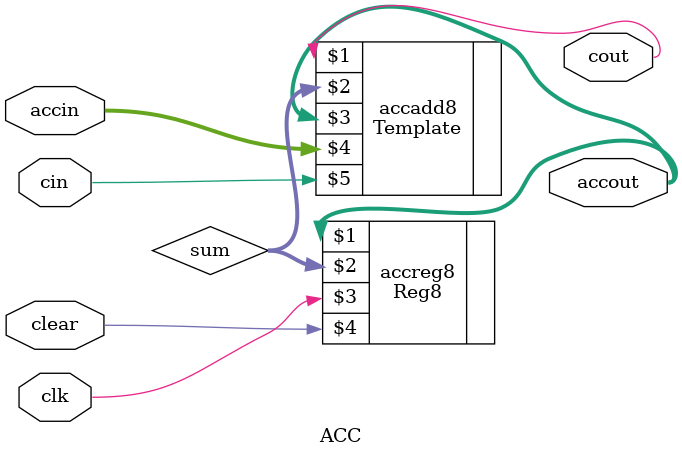
<source format=v>
`include "Template.v"
`include "Reg8.v"

module ACC(accout,cout,accin,cin,clk,clear);
output[7:0] accout;
output cout;
input[7:0] accin;
input cin,clk,clear;
wire[7:0] sum;
Template accadd8(cout,sum,accout,accin,cin);
Reg8 accreg8(accout,sum,clk,clear);
endmodule


</source>
